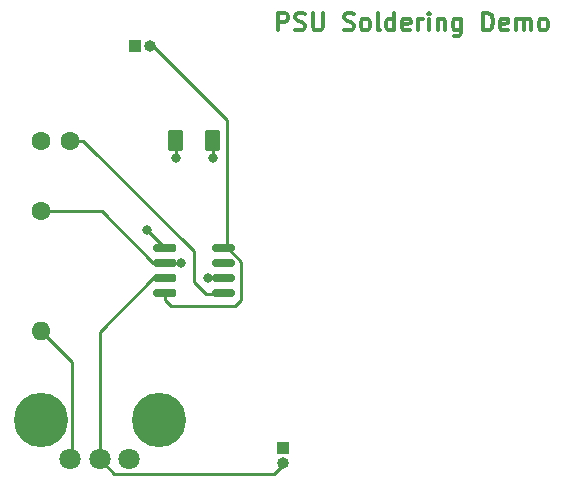
<source format=gbr>
%TF.GenerationSoftware,KiCad,Pcbnew,(5.1.9)-1*%
%TF.CreationDate,2021-08-16T16:35:21-04:00*%
%TF.ProjectId,555-Timer-Soldering-Demo,3535352d-5469-46d6-9572-2d536f6c6465,rev?*%
%TF.SameCoordinates,Original*%
%TF.FileFunction,Copper,L1,Top*%
%TF.FilePolarity,Positive*%
%FSLAX46Y46*%
G04 Gerber Fmt 4.6, Leading zero omitted, Abs format (unit mm)*
G04 Created by KiCad (PCBNEW (5.1.9)-1) date 2021-08-16 16:35:21*
%MOMM*%
%LPD*%
G01*
G04 APERTURE LIST*
%TA.AperFunction,NonConductor*%
%ADD10C,0.300000*%
%TD*%
%TA.AperFunction,ComponentPad*%
%ADD11O,1.000000X1.000000*%
%TD*%
%TA.AperFunction,ComponentPad*%
%ADD12R,1.000000X1.000000*%
%TD*%
%TA.AperFunction,ComponentPad*%
%ADD13O,1.600000X1.600000*%
%TD*%
%TA.AperFunction,ComponentPad*%
%ADD14C,1.600000*%
%TD*%
%TA.AperFunction,ComponentPad*%
%ADD15C,4.600000*%
%TD*%
%TA.AperFunction,ComponentPad*%
%ADD16C,1.800000*%
%TD*%
%TA.AperFunction,ViaPad*%
%ADD17C,0.800000*%
%TD*%
%TA.AperFunction,Conductor*%
%ADD18C,0.250000*%
%TD*%
G04 APERTURE END LIST*
D10*
X125107142Y-54678571D02*
X125107142Y-53178571D01*
X125678571Y-53178571D01*
X125821428Y-53250000D01*
X125892857Y-53321428D01*
X125964285Y-53464285D01*
X125964285Y-53678571D01*
X125892857Y-53821428D01*
X125821428Y-53892857D01*
X125678571Y-53964285D01*
X125107142Y-53964285D01*
X126535714Y-54607142D02*
X126750000Y-54678571D01*
X127107142Y-54678571D01*
X127250000Y-54607142D01*
X127321428Y-54535714D01*
X127392857Y-54392857D01*
X127392857Y-54250000D01*
X127321428Y-54107142D01*
X127250000Y-54035714D01*
X127107142Y-53964285D01*
X126821428Y-53892857D01*
X126678571Y-53821428D01*
X126607142Y-53750000D01*
X126535714Y-53607142D01*
X126535714Y-53464285D01*
X126607142Y-53321428D01*
X126678571Y-53250000D01*
X126821428Y-53178571D01*
X127178571Y-53178571D01*
X127392857Y-53250000D01*
X128035714Y-53178571D02*
X128035714Y-54392857D01*
X128107142Y-54535714D01*
X128178571Y-54607142D01*
X128321428Y-54678571D01*
X128607142Y-54678571D01*
X128750000Y-54607142D01*
X128821428Y-54535714D01*
X128892857Y-54392857D01*
X128892857Y-53178571D01*
X130678571Y-54607142D02*
X130892857Y-54678571D01*
X131250000Y-54678571D01*
X131392857Y-54607142D01*
X131464285Y-54535714D01*
X131535714Y-54392857D01*
X131535714Y-54250000D01*
X131464285Y-54107142D01*
X131392857Y-54035714D01*
X131250000Y-53964285D01*
X130964285Y-53892857D01*
X130821428Y-53821428D01*
X130750000Y-53750000D01*
X130678571Y-53607142D01*
X130678571Y-53464285D01*
X130750000Y-53321428D01*
X130821428Y-53250000D01*
X130964285Y-53178571D01*
X131321428Y-53178571D01*
X131535714Y-53250000D01*
X132392857Y-54678571D02*
X132250000Y-54607142D01*
X132178571Y-54535714D01*
X132107142Y-54392857D01*
X132107142Y-53964285D01*
X132178571Y-53821428D01*
X132250000Y-53750000D01*
X132392857Y-53678571D01*
X132607142Y-53678571D01*
X132750000Y-53750000D01*
X132821428Y-53821428D01*
X132892857Y-53964285D01*
X132892857Y-54392857D01*
X132821428Y-54535714D01*
X132750000Y-54607142D01*
X132607142Y-54678571D01*
X132392857Y-54678571D01*
X133750000Y-54678571D02*
X133607142Y-54607142D01*
X133535714Y-54464285D01*
X133535714Y-53178571D01*
X134964285Y-54678571D02*
X134964285Y-53178571D01*
X134964285Y-54607142D02*
X134821428Y-54678571D01*
X134535714Y-54678571D01*
X134392857Y-54607142D01*
X134321428Y-54535714D01*
X134250000Y-54392857D01*
X134250000Y-53964285D01*
X134321428Y-53821428D01*
X134392857Y-53750000D01*
X134535714Y-53678571D01*
X134821428Y-53678571D01*
X134964285Y-53750000D01*
X136250000Y-54607142D02*
X136107142Y-54678571D01*
X135821428Y-54678571D01*
X135678571Y-54607142D01*
X135607142Y-54464285D01*
X135607142Y-53892857D01*
X135678571Y-53750000D01*
X135821428Y-53678571D01*
X136107142Y-53678571D01*
X136250000Y-53750000D01*
X136321428Y-53892857D01*
X136321428Y-54035714D01*
X135607142Y-54178571D01*
X136964285Y-54678571D02*
X136964285Y-53678571D01*
X136964285Y-53964285D02*
X137035714Y-53821428D01*
X137107142Y-53750000D01*
X137250000Y-53678571D01*
X137392857Y-53678571D01*
X137892857Y-54678571D02*
X137892857Y-53678571D01*
X137892857Y-53178571D02*
X137821428Y-53250000D01*
X137892857Y-53321428D01*
X137964285Y-53250000D01*
X137892857Y-53178571D01*
X137892857Y-53321428D01*
X138607142Y-53678571D02*
X138607142Y-54678571D01*
X138607142Y-53821428D02*
X138678571Y-53750000D01*
X138821428Y-53678571D01*
X139035714Y-53678571D01*
X139178571Y-53750000D01*
X139250000Y-53892857D01*
X139250000Y-54678571D01*
X140607142Y-53678571D02*
X140607142Y-54892857D01*
X140535714Y-55035714D01*
X140464285Y-55107142D01*
X140321428Y-55178571D01*
X140107142Y-55178571D01*
X139964285Y-55107142D01*
X140607142Y-54607142D02*
X140464285Y-54678571D01*
X140178571Y-54678571D01*
X140035714Y-54607142D01*
X139964285Y-54535714D01*
X139892857Y-54392857D01*
X139892857Y-53964285D01*
X139964285Y-53821428D01*
X140035714Y-53750000D01*
X140178571Y-53678571D01*
X140464285Y-53678571D01*
X140607142Y-53750000D01*
X142464285Y-54678571D02*
X142464285Y-53178571D01*
X142821428Y-53178571D01*
X143035714Y-53250000D01*
X143178571Y-53392857D01*
X143250000Y-53535714D01*
X143321428Y-53821428D01*
X143321428Y-54035714D01*
X143250000Y-54321428D01*
X143178571Y-54464285D01*
X143035714Y-54607142D01*
X142821428Y-54678571D01*
X142464285Y-54678571D01*
X144535714Y-54607142D02*
X144392857Y-54678571D01*
X144107142Y-54678571D01*
X143964285Y-54607142D01*
X143892857Y-54464285D01*
X143892857Y-53892857D01*
X143964285Y-53750000D01*
X144107142Y-53678571D01*
X144392857Y-53678571D01*
X144535714Y-53750000D01*
X144607142Y-53892857D01*
X144607142Y-54035714D01*
X143892857Y-54178571D01*
X145250000Y-54678571D02*
X145250000Y-53678571D01*
X145250000Y-53821428D02*
X145321428Y-53750000D01*
X145464285Y-53678571D01*
X145678571Y-53678571D01*
X145821428Y-53750000D01*
X145892857Y-53892857D01*
X145892857Y-54678571D01*
X145892857Y-53892857D02*
X145964285Y-53750000D01*
X146107142Y-53678571D01*
X146321428Y-53678571D01*
X146464285Y-53750000D01*
X146535714Y-53892857D01*
X146535714Y-54678571D01*
X147464285Y-54678571D02*
X147321428Y-54607142D01*
X147250000Y-54535714D01*
X147178571Y-54392857D01*
X147178571Y-53964285D01*
X147250000Y-53821428D01*
X147321428Y-53750000D01*
X147464285Y-53678571D01*
X147678571Y-53678571D01*
X147821428Y-53750000D01*
X147892857Y-53821428D01*
X147964285Y-53964285D01*
X147964285Y-54392857D01*
X147892857Y-54535714D01*
X147821428Y-54607142D01*
X147678571Y-54678571D01*
X147464285Y-54678571D01*
%TO.P,C2,2*%
%TO.N,GND*%
%TA.AperFunction,SMDPad,CuDef*%
G36*
G01*
X117100000Y-63349999D02*
X117100000Y-64650001D01*
G75*
G02*
X116850001Y-64900000I-249999J0D01*
G01*
X116024999Y-64900000D01*
G75*
G02*
X115775000Y-64650001I0J249999D01*
G01*
X115775000Y-63349999D01*
G75*
G02*
X116024999Y-63100000I249999J0D01*
G01*
X116850001Y-63100000D01*
G75*
G02*
X117100000Y-63349999I0J-249999D01*
G01*
G37*
%TD.AperFunction*%
%TO.P,C2,1*%
%TO.N,Trigger*%
%TA.AperFunction,SMDPad,CuDef*%
G36*
G01*
X120225000Y-63349999D02*
X120225000Y-64650001D01*
G75*
G02*
X119975001Y-64900000I-249999J0D01*
G01*
X119149999Y-64900000D01*
G75*
G02*
X118900000Y-64650001I0J249999D01*
G01*
X118900000Y-63349999D01*
G75*
G02*
X119149999Y-63100000I249999J0D01*
G01*
X119975001Y-63100000D01*
G75*
G02*
X120225000Y-63349999I0J-249999D01*
G01*
G37*
%TD.AperFunction*%
%TD*%
D11*
%TO.P,J1,2*%
%TO.N,/VCC*%
X114270000Y-56000000D03*
D12*
%TO.P,J1,1*%
%TO.N,GND*%
X113000000Y-56000000D03*
%TD*%
D11*
%TO.P,J2,2*%
%TO.N,/Output*%
X125500000Y-91270000D03*
D12*
%TO.P,J2,1*%
%TO.N,GND*%
X125500000Y-90000000D03*
%TD*%
D13*
%TO.P,R1,2*%
%TO.N,Net-(R1-Pad2)*%
X105000000Y-80160000D03*
D14*
%TO.P,R1,1*%
%TO.N,Trigger*%
X105000000Y-70000000D03*
%TD*%
D15*
%TO.P,RV1,*%
%TO.N,*%
X105000000Y-87700000D03*
X115000000Y-87700000D03*
D16*
%TO.P,RV1,1*%
%TO.N,Net-(R1-Pad2)*%
X107500000Y-91000000D03*
%TO.P,RV1,2*%
%TO.N,/Output*%
X110000000Y-91000000D03*
%TO.P,RV1,3*%
%TO.N,Net-(RV1-Pad3)*%
X112500000Y-91000000D03*
%TD*%
D14*
%TO.P,C1,2*%
%TO.N,GND*%
X105000000Y-64000000D03*
%TO.P,C1,1*%
%TO.N,Net-(C1-Pad1)*%
X107500000Y-64000000D03*
%TD*%
%TO.P,U1,8*%
%TO.N,/VCC*%
%TA.AperFunction,SMDPad,CuDef*%
G36*
G01*
X119500000Y-73245000D02*
X119500000Y-72945000D01*
G75*
G02*
X119650000Y-72795000I150000J0D01*
G01*
X121300000Y-72795000D01*
G75*
G02*
X121450000Y-72945000I0J-150000D01*
G01*
X121450000Y-73245000D01*
G75*
G02*
X121300000Y-73395000I-150000J0D01*
G01*
X119650000Y-73395000D01*
G75*
G02*
X119500000Y-73245000I0J150000D01*
G01*
G37*
%TD.AperFunction*%
%TO.P,U1,7*%
%TO.N,Net-(U1-Pad7)*%
%TA.AperFunction,SMDPad,CuDef*%
G36*
G01*
X119500000Y-74515000D02*
X119500000Y-74215000D01*
G75*
G02*
X119650000Y-74065000I150000J0D01*
G01*
X121300000Y-74065000D01*
G75*
G02*
X121450000Y-74215000I0J-150000D01*
G01*
X121450000Y-74515000D01*
G75*
G02*
X121300000Y-74665000I-150000J0D01*
G01*
X119650000Y-74665000D01*
G75*
G02*
X119500000Y-74515000I0J150000D01*
G01*
G37*
%TD.AperFunction*%
%TO.P,U1,6*%
%TO.N,Trigger*%
%TA.AperFunction,SMDPad,CuDef*%
G36*
G01*
X119500000Y-75785000D02*
X119500000Y-75485000D01*
G75*
G02*
X119650000Y-75335000I150000J0D01*
G01*
X121300000Y-75335000D01*
G75*
G02*
X121450000Y-75485000I0J-150000D01*
G01*
X121450000Y-75785000D01*
G75*
G02*
X121300000Y-75935000I-150000J0D01*
G01*
X119650000Y-75935000D01*
G75*
G02*
X119500000Y-75785000I0J150000D01*
G01*
G37*
%TD.AperFunction*%
%TO.P,U1,5*%
%TO.N,Net-(C1-Pad1)*%
%TA.AperFunction,SMDPad,CuDef*%
G36*
G01*
X119500000Y-77055000D02*
X119500000Y-76755000D01*
G75*
G02*
X119650000Y-76605000I150000J0D01*
G01*
X121300000Y-76605000D01*
G75*
G02*
X121450000Y-76755000I0J-150000D01*
G01*
X121450000Y-77055000D01*
G75*
G02*
X121300000Y-77205000I-150000J0D01*
G01*
X119650000Y-77205000D01*
G75*
G02*
X119500000Y-77055000I0J150000D01*
G01*
G37*
%TD.AperFunction*%
%TO.P,U1,4*%
%TO.N,/VCC*%
%TA.AperFunction,SMDPad,CuDef*%
G36*
G01*
X114550000Y-77055000D02*
X114550000Y-76755000D01*
G75*
G02*
X114700000Y-76605000I150000J0D01*
G01*
X116350000Y-76605000D01*
G75*
G02*
X116500000Y-76755000I0J-150000D01*
G01*
X116500000Y-77055000D01*
G75*
G02*
X116350000Y-77205000I-150000J0D01*
G01*
X114700000Y-77205000D01*
G75*
G02*
X114550000Y-77055000I0J150000D01*
G01*
G37*
%TD.AperFunction*%
%TO.P,U1,3*%
%TO.N,/Output*%
%TA.AperFunction,SMDPad,CuDef*%
G36*
G01*
X114550000Y-75785000D02*
X114550000Y-75485000D01*
G75*
G02*
X114700000Y-75335000I150000J0D01*
G01*
X116350000Y-75335000D01*
G75*
G02*
X116500000Y-75485000I0J-150000D01*
G01*
X116500000Y-75785000D01*
G75*
G02*
X116350000Y-75935000I-150000J0D01*
G01*
X114700000Y-75935000D01*
G75*
G02*
X114550000Y-75785000I0J150000D01*
G01*
G37*
%TD.AperFunction*%
%TO.P,U1,2*%
%TO.N,Trigger*%
%TA.AperFunction,SMDPad,CuDef*%
G36*
G01*
X114550000Y-74515000D02*
X114550000Y-74215000D01*
G75*
G02*
X114700000Y-74065000I150000J0D01*
G01*
X116350000Y-74065000D01*
G75*
G02*
X116500000Y-74215000I0J-150000D01*
G01*
X116500000Y-74515000D01*
G75*
G02*
X116350000Y-74665000I-150000J0D01*
G01*
X114700000Y-74665000D01*
G75*
G02*
X114550000Y-74515000I0J150000D01*
G01*
G37*
%TD.AperFunction*%
%TO.P,U1,1*%
%TO.N,GND*%
%TA.AperFunction,SMDPad,CuDef*%
G36*
G01*
X114550000Y-73245000D02*
X114550000Y-72945000D01*
G75*
G02*
X114700000Y-72795000I150000J0D01*
G01*
X116350000Y-72795000D01*
G75*
G02*
X116500000Y-72945000I0J-150000D01*
G01*
X116500000Y-73245000D01*
G75*
G02*
X116350000Y-73395000I-150000J0D01*
G01*
X114700000Y-73395000D01*
G75*
G02*
X114550000Y-73245000I0J150000D01*
G01*
G37*
%TD.AperFunction*%
%TD*%
D17*
%TO.N,GND*%
X116437500Y-65437500D03*
X114000000Y-71570000D03*
%TO.N,Trigger*%
X116865000Y-74365000D03*
X119135000Y-75635000D03*
X119562500Y-65437500D03*
%TD*%
D18*
%TO.N,GND*%
X115525000Y-73095000D02*
X114000000Y-71570000D01*
X116437500Y-64000000D02*
X116437500Y-65437500D01*
X116437500Y-65437500D02*
X116437500Y-65437500D01*
X114000000Y-71570000D02*
X114000000Y-71570000D01*
%TO.N,Net-(C1-Pad1)*%
X108631370Y-64000000D02*
X118000000Y-73368630D01*
X107500000Y-64000000D02*
X108631370Y-64000000D01*
X118000000Y-73368630D02*
X118000000Y-74806768D01*
X118000000Y-74806768D02*
X118000000Y-76000000D01*
X118000000Y-76000000D02*
X118500000Y-76500000D01*
X118500000Y-76500000D02*
X119000000Y-77000000D01*
X119000000Y-77000000D02*
X120500000Y-77000000D01*
%TO.N,Trigger*%
X114550000Y-74365000D02*
X110185000Y-70000000D01*
X115525000Y-74365000D02*
X114550000Y-74365000D01*
X110185000Y-70000000D02*
X105000000Y-70000000D01*
X115525000Y-74365000D02*
X116865000Y-74365000D01*
X116865000Y-74365000D02*
X116865000Y-74365000D01*
X120475000Y-75635000D02*
X119135000Y-75635000D01*
X119135000Y-75635000D02*
X119135000Y-75635000D01*
X119562500Y-64000000D02*
X119562500Y-65437500D01*
X119562500Y-65437500D02*
X119562500Y-65437500D01*
%TO.N,/Output*%
X114550000Y-75635000D02*
X110000000Y-80185000D01*
X115525000Y-75635000D02*
X114550000Y-75635000D01*
X110000000Y-80185000D02*
X110000000Y-91000000D01*
X111225001Y-92225001D02*
X124774999Y-92225001D01*
X110000000Y-91000000D02*
X111225001Y-92225001D01*
X124774999Y-92225001D02*
X125500000Y-91500000D01*
%TO.N,Net-(R1-Pad2)*%
X107625001Y-82785001D02*
X107625001Y-90874999D01*
X105000000Y-80160000D02*
X107625001Y-82785001D01*
X107625001Y-90874999D02*
X107500000Y-91000000D01*
%TO.N,/VCC*%
X115525000Y-76905000D02*
X115525000Y-77525000D01*
X115525000Y-77525000D02*
X116000000Y-78000000D01*
X116000000Y-78000000D02*
X121500000Y-78000000D01*
X121500000Y-78000000D02*
X122000000Y-77500000D01*
X122000000Y-74243232D02*
X120756768Y-73000000D01*
X122000000Y-77500000D02*
X122000000Y-74243232D01*
X120775000Y-72795000D02*
X120775000Y-62275000D01*
X120475000Y-73095000D02*
X120775000Y-72795000D01*
X120775000Y-62275000D02*
X114500000Y-56000000D01*
%TD*%
M02*

</source>
